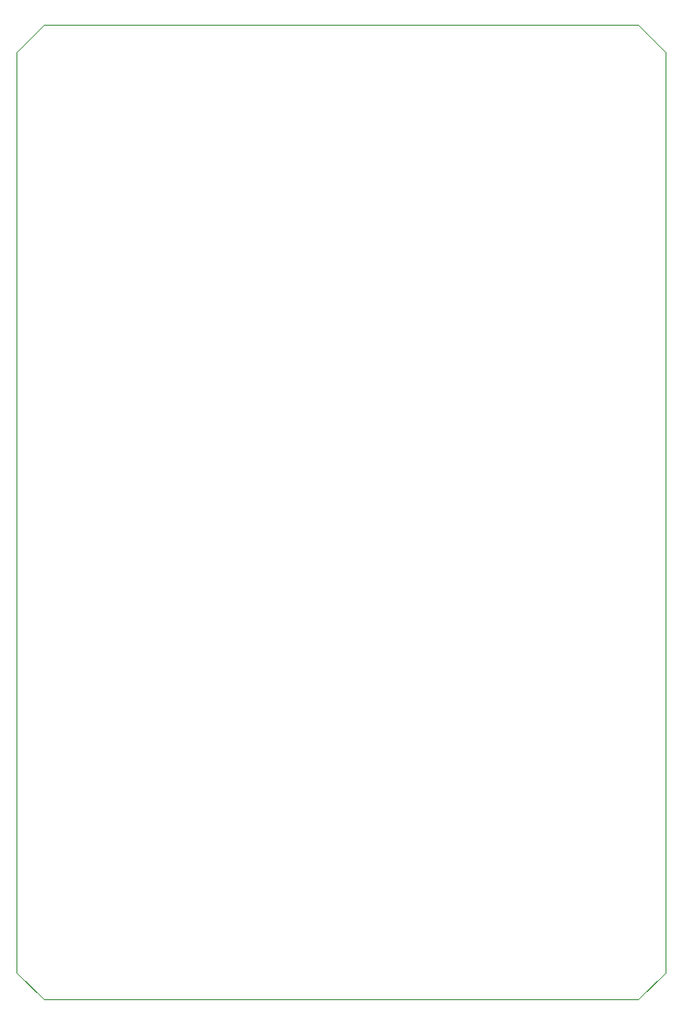
<source format=gbr>
%TF.GenerationSoftware,KiCad,Pcbnew,(5.1.10-1-10_14)*%
%TF.CreationDate,2021-10-01T16:43:39+02:00*%
%TF.ProjectId,Guitarpedal,47756974-6172-4706-9564-616c2e6b6963,rev?*%
%TF.SameCoordinates,Original*%
%TF.FileFunction,Profile,NP*%
%FSLAX46Y46*%
G04 Gerber Fmt 4.6, Leading zero omitted, Abs format (unit mm)*
G04 Created by KiCad (PCBNEW (5.1.10-1-10_14)) date 2021-10-01 16:43:39*
%MOMM*%
%LPD*%
G01*
G04 APERTURE LIST*
%TA.AperFunction,Profile*%
%ADD10C,0.050000*%
%TD*%
G04 APERTURE END LIST*
D10*
X60000000Y87500000D02*
X57500000Y90000000D01*
X57500000Y0D02*
X60000000Y2500000D01*
X2500000Y0D02*
X0Y2500000D01*
X2500000Y90000000D02*
X0Y87500000D01*
X0Y87500000D02*
X0Y2500000D01*
X57500000Y90000000D02*
X2500000Y90000000D01*
X60000000Y2500000D02*
X60000000Y87500000D01*
X2500000Y0D02*
X57500000Y0D01*
M02*

</source>
